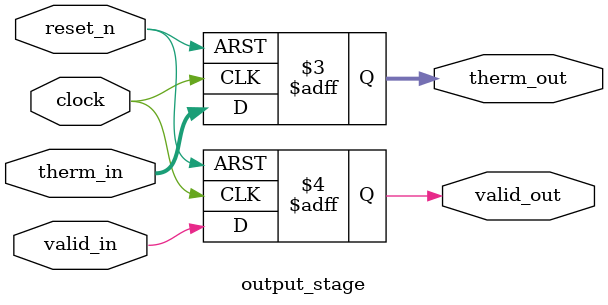
<source format=sv>
module therm_decoder_pipelined (
    input clock,
    input reset_n,
    input [2:0] binary_in,
    input valid_in,
    output reg [7:0] therm_out,
    output reg valid_out
);

    // Stage 1 signals
    wire [2:0] binary_stage1;
    wire [7:0] therm_stage1;
    wire valid_stage1;
    
    // Stage 2 signals
    wire [7:0] therm_stage2;
    wire valid_stage2;

    // Stage 1: Binary to thermometer conversion
    therm_conversion_stage1 stage1 (
        .clock(clock),
        .reset_n(reset_n),
        .binary_in(binary_in),
        .valid_in(valid_in),
        .binary_out(binary_stage1),
        .therm_out(therm_stage1),
        .valid_out(valid_stage1)
    );

    // Stage 2: Pipeline register
    pipeline_reg_stage2 stage2 (
        .clock(clock),
        .reset_n(reset_n),
        .therm_in(therm_stage1),
        .valid_in(valid_stage1),
        .therm_out(therm_stage2),
        .valid_out(valid_stage2)
    );

    // Output stage
    output_stage stage3 (
        .clock(clock),
        .reset_n(reset_n),
        .therm_in(therm_stage2),
        .valid_in(valid_stage2),
        .therm_out(therm_out),
        .valid_out(valid_out)
    );

endmodule

module therm_conversion_stage1 (
    input clock,
    input reset_n,
    input [2:0] binary_in,
    input valid_in,
    output reg [2:0] binary_out,
    output reg [7:0] therm_out,
    output reg valid_out
);

    always @(posedge clock or negedge reset_n) begin
        if (!reset_n) begin
            binary_out <= 3'b0;
            therm_out <= 8'b0;
            valid_out <= 1'b0;
        end else begin
            binary_out <= binary_in;
            valid_out <= valid_in;
            
            therm_out[0] <= binary_in[0];
            therm_out[1] <= binary_in[0] | binary_in[1];
            therm_out[2] <= binary_in[0] | binary_in[1] | binary_in[2];
            therm_out[3] <= binary_in[1] | binary_in[2];
            therm_out[4] <= binary_in[1] & binary_in[2];
            therm_out[5] <= binary_in[2];
            therm_out[6] <= binary_in[2];
            therm_out[7] <= binary_in[2];
        end
    end

endmodule

module pipeline_reg_stage2 (
    input clock,
    input reset_n,
    input [7:0] therm_in,
    input valid_in,
    output reg [7:0] therm_out,
    output reg valid_out
);

    always @(posedge clock or negedge reset_n) begin
        if (!reset_n) begin
            therm_out <= 8'b0;
            valid_out <= 1'b0;
        end else begin
            therm_out <= therm_in;
            valid_out <= valid_in;
        end
    end

endmodule

module output_stage (
    input clock,
    input reset_n,
    input [7:0] therm_in,
    input valid_in,
    output reg [7:0] therm_out,
    output reg valid_out
);

    always @(posedge clock or negedge reset_n) begin
        if (!reset_n) begin
            therm_out <= 8'b0;
            valid_out <= 1'b0;
        end else begin
            therm_out <= therm_in;
            valid_out <= valid_in;
        end
    end

endmodule
</source>
